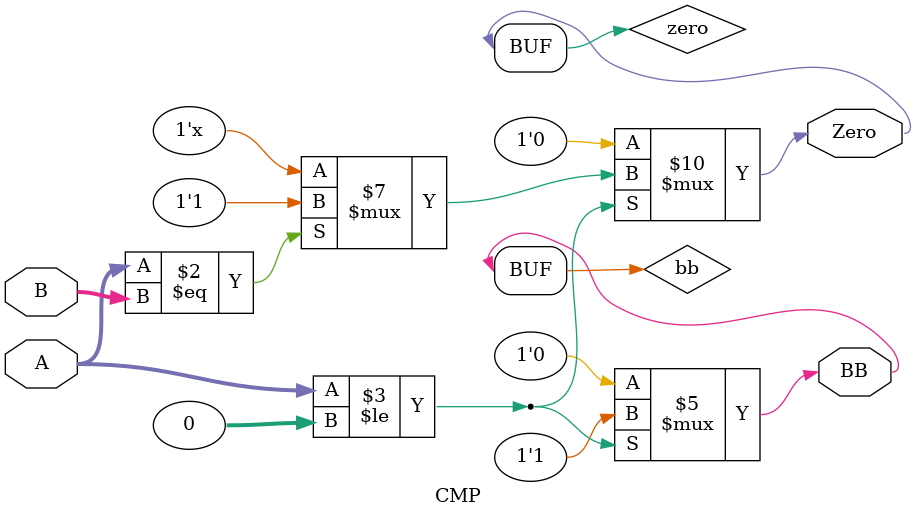
<source format=v>
`timescale 1ns / 1ps
module CMP(
    input [31:0] A,
    input [31:0] B,
    output Zero,
	 output BB
    );
	 reg zero,bb;
	always @* begin
		if (A==B)
			zero <= 1;
		if ($signed(A)<=0) 
			bb <= 1;
		else begin
			bb <= 0;
			zero <= 0;
		end
	end 
	assign Zero = zero;
	assign BB = bb;
endmodule

</source>
